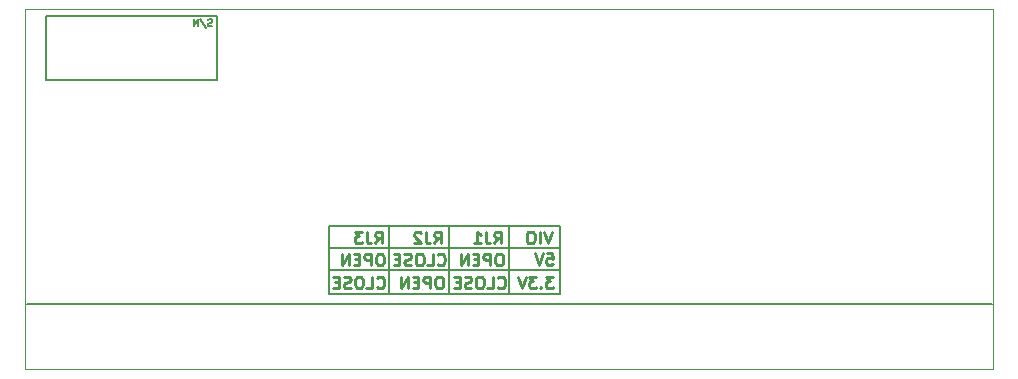
<source format=gbr>
%TF.GenerationSoftware,KiCad,Pcbnew,6.0.11-2627ca5db0~126~ubuntu20.04.1*%
%TF.CreationDate,2024-02-24T22:18:06-05:00*%
%TF.ProjectId,hil00,68696c30-302e-46b6-9963-61645f706362,rev?*%
%TF.SameCoordinates,Original*%
%TF.FileFunction,Legend,Bot*%
%TF.FilePolarity,Positive*%
%FSLAX46Y46*%
G04 Gerber Fmt 4.6, Leading zero omitted, Abs format (unit mm)*
G04 Created by KiCad (PCBNEW 6.0.11-2627ca5db0~126~ubuntu20.04.1) date 2024-02-24 22:18:06*
%MOMM*%
%LPD*%
G01*
G04 APERTURE LIST*
%ADD10C,0.150000*%
%TA.AperFunction,Profile*%
%ADD11C,0.100000*%
%TD*%
%ADD12C,0.250000*%
G04 APERTURE END LIST*
D10*
X145288000Y-122100000D02*
X125730000Y-122100000D01*
X100150000Y-125000000D02*
X181850000Y-125000000D01*
X145288000Y-124100000D02*
X125730000Y-124100000D01*
X140970000Y-118400000D02*
X140970000Y-124100000D01*
X145288000Y-118400000D02*
X125730000Y-118400000D01*
X145288000Y-120200000D02*
X125730000Y-120200000D01*
X145288000Y-118400000D02*
X145288000Y-124100000D01*
X101752400Y-100584000D02*
X116281200Y-100584000D01*
X116281200Y-100584000D02*
X116281200Y-106019600D01*
X116281200Y-106019600D02*
X101752400Y-106019600D01*
X101752400Y-106019600D02*
X101752400Y-100584000D01*
X130810000Y-118400000D02*
X130810000Y-124100000D01*
X125730000Y-118400000D02*
X125730000Y-124100000D01*
X135890000Y-118400000D02*
X135890000Y-124100000D01*
D11*
X100000000Y-130500000D02*
X182000000Y-130500000D01*
X100000000Y-100000000D02*
X100000000Y-130500000D01*
X182000000Y-130500000D02*
X182000000Y-100000000D01*
X100000000Y-100000000D02*
X182000000Y-100000000D01*
D10*
X115862000Y-101436457D02*
X115776285Y-101465028D01*
X115633428Y-101465028D01*
X115576285Y-101436457D01*
X115547714Y-101407885D01*
X115519142Y-101350742D01*
X115519142Y-101293600D01*
X115547714Y-101236457D01*
X115576285Y-101207885D01*
X115633428Y-101179314D01*
X115747714Y-101150742D01*
X115804857Y-101122171D01*
X115833428Y-101093600D01*
X115862000Y-101036457D01*
X115862000Y-100979314D01*
X115833428Y-100922171D01*
X115804857Y-100893600D01*
X115747714Y-100865028D01*
X115604857Y-100865028D01*
X115519142Y-100893600D01*
X114833428Y-100836457D02*
X115347714Y-101607885D01*
X114633428Y-101465028D02*
X114633428Y-100865028D01*
X114290571Y-101465028D01*
X114290571Y-100865028D01*
D12*
X129817619Y-123547142D02*
X129865238Y-123594761D01*
X130008095Y-123642380D01*
X130103333Y-123642380D01*
X130246190Y-123594761D01*
X130341428Y-123499523D01*
X130389047Y-123404285D01*
X130436666Y-123213809D01*
X130436666Y-123070952D01*
X130389047Y-122880476D01*
X130341428Y-122785238D01*
X130246190Y-122690000D01*
X130103333Y-122642380D01*
X130008095Y-122642380D01*
X129865238Y-122690000D01*
X129817619Y-122737619D01*
X128912857Y-123642380D02*
X129389047Y-123642380D01*
X129389047Y-122642380D01*
X128389047Y-122642380D02*
X128198571Y-122642380D01*
X128103333Y-122690000D01*
X128008095Y-122785238D01*
X127960476Y-122975714D01*
X127960476Y-123309047D01*
X128008095Y-123499523D01*
X128103333Y-123594761D01*
X128198571Y-123642380D01*
X128389047Y-123642380D01*
X128484285Y-123594761D01*
X128579523Y-123499523D01*
X128627142Y-123309047D01*
X128627142Y-122975714D01*
X128579523Y-122785238D01*
X128484285Y-122690000D01*
X128389047Y-122642380D01*
X127579523Y-123594761D02*
X127436666Y-123642380D01*
X127198571Y-123642380D01*
X127103333Y-123594761D01*
X127055714Y-123547142D01*
X127008095Y-123451904D01*
X127008095Y-123356666D01*
X127055714Y-123261428D01*
X127103333Y-123213809D01*
X127198571Y-123166190D01*
X127389047Y-123118571D01*
X127484285Y-123070952D01*
X127531904Y-123023333D01*
X127579523Y-122928095D01*
X127579523Y-122832857D01*
X127531904Y-122737619D01*
X127484285Y-122690000D01*
X127389047Y-122642380D01*
X127150952Y-122642380D01*
X127008095Y-122690000D01*
X126579523Y-123118571D02*
X126246190Y-123118571D01*
X126103333Y-123642380D02*
X126579523Y-123642380D01*
X126579523Y-122642380D01*
X126103333Y-122642380D01*
X135175428Y-122642380D02*
X134984952Y-122642380D01*
X134889714Y-122690000D01*
X134794476Y-122785238D01*
X134746857Y-122975714D01*
X134746857Y-123309047D01*
X134794476Y-123499523D01*
X134889714Y-123594761D01*
X134984952Y-123642380D01*
X135175428Y-123642380D01*
X135270666Y-123594761D01*
X135365904Y-123499523D01*
X135413523Y-123309047D01*
X135413523Y-122975714D01*
X135365904Y-122785238D01*
X135270666Y-122690000D01*
X135175428Y-122642380D01*
X134318285Y-123642380D02*
X134318285Y-122642380D01*
X133937333Y-122642380D01*
X133842095Y-122690000D01*
X133794476Y-122737619D01*
X133746857Y-122832857D01*
X133746857Y-122975714D01*
X133794476Y-123070952D01*
X133842095Y-123118571D01*
X133937333Y-123166190D01*
X134318285Y-123166190D01*
X133318285Y-123118571D02*
X132984952Y-123118571D01*
X132842095Y-123642380D02*
X133318285Y-123642380D01*
X133318285Y-122642380D01*
X132842095Y-122642380D01*
X132413523Y-123642380D02*
X132413523Y-122642380D01*
X131842095Y-123642380D01*
X131842095Y-122642380D01*
X144732190Y-122642380D02*
X144113142Y-122642380D01*
X144446476Y-123023333D01*
X144303619Y-123023333D01*
X144208380Y-123070952D01*
X144160761Y-123118571D01*
X144113142Y-123213809D01*
X144113142Y-123451904D01*
X144160761Y-123547142D01*
X144208380Y-123594761D01*
X144303619Y-123642380D01*
X144589333Y-123642380D01*
X144684571Y-123594761D01*
X144732190Y-123547142D01*
X143684571Y-123547142D02*
X143636952Y-123594761D01*
X143684571Y-123642380D01*
X143732190Y-123594761D01*
X143684571Y-123547142D01*
X143684571Y-123642380D01*
X143303619Y-122642380D02*
X142684571Y-122642380D01*
X143017904Y-123023333D01*
X142875047Y-123023333D01*
X142779809Y-123070952D01*
X142732190Y-123118571D01*
X142684571Y-123213809D01*
X142684571Y-123451904D01*
X142732190Y-123547142D01*
X142779809Y-123594761D01*
X142875047Y-123642380D01*
X143160761Y-123642380D01*
X143256000Y-123594761D01*
X143303619Y-123547142D01*
X142398857Y-122642380D02*
X142065523Y-123642380D01*
X141732190Y-122642380D01*
X129647619Y-119832380D02*
X129980952Y-119356190D01*
X130219047Y-119832380D02*
X130219047Y-118832380D01*
X129838095Y-118832380D01*
X129742857Y-118880000D01*
X129695238Y-118927619D01*
X129647619Y-119022857D01*
X129647619Y-119165714D01*
X129695238Y-119260952D01*
X129742857Y-119308571D01*
X129838095Y-119356190D01*
X130219047Y-119356190D01*
X128933333Y-118832380D02*
X128933333Y-119546666D01*
X128980952Y-119689523D01*
X129076190Y-119784761D01*
X129219047Y-119832380D01*
X129314285Y-119832380D01*
X128552380Y-118832380D02*
X127933333Y-118832380D01*
X128266666Y-119213333D01*
X128123809Y-119213333D01*
X128028571Y-119260952D01*
X127980952Y-119308571D01*
X127933333Y-119403809D01*
X127933333Y-119641904D01*
X127980952Y-119737142D01*
X128028571Y-119784761D01*
X128123809Y-119832380D01*
X128409523Y-119832380D01*
X128504761Y-119784761D01*
X128552380Y-119737142D01*
X144190476Y-120652380D02*
X144666666Y-120652380D01*
X144714285Y-121128571D01*
X144666666Y-121080952D01*
X144571428Y-121033333D01*
X144333333Y-121033333D01*
X144238095Y-121080952D01*
X144190476Y-121128571D01*
X144142857Y-121223809D01*
X144142857Y-121461904D01*
X144190476Y-121557142D01*
X144238095Y-121604761D01*
X144333333Y-121652380D01*
X144571428Y-121652380D01*
X144666666Y-121604761D01*
X144714285Y-121557142D01*
X143857142Y-120652380D02*
X143523809Y-121652380D01*
X143190476Y-120652380D01*
X139739619Y-119832380D02*
X140072952Y-119356190D01*
X140311047Y-119832380D02*
X140311047Y-118832380D01*
X139930095Y-118832380D01*
X139834857Y-118880000D01*
X139787238Y-118927619D01*
X139739619Y-119022857D01*
X139739619Y-119165714D01*
X139787238Y-119260952D01*
X139834857Y-119308571D01*
X139930095Y-119356190D01*
X140311047Y-119356190D01*
X139025333Y-118832380D02*
X139025333Y-119546666D01*
X139072952Y-119689523D01*
X139168190Y-119784761D01*
X139311047Y-119832380D01*
X139406285Y-119832380D01*
X138025333Y-119832380D02*
X138596761Y-119832380D01*
X138311047Y-119832380D02*
X138311047Y-118832380D01*
X138406285Y-118975238D01*
X138501523Y-119070476D01*
X138596761Y-119118095D01*
X130171428Y-120702380D02*
X129980952Y-120702380D01*
X129885714Y-120750000D01*
X129790476Y-120845238D01*
X129742857Y-121035714D01*
X129742857Y-121369047D01*
X129790476Y-121559523D01*
X129885714Y-121654761D01*
X129980952Y-121702380D01*
X130171428Y-121702380D01*
X130266666Y-121654761D01*
X130361904Y-121559523D01*
X130409523Y-121369047D01*
X130409523Y-121035714D01*
X130361904Y-120845238D01*
X130266666Y-120750000D01*
X130171428Y-120702380D01*
X129314285Y-121702380D02*
X129314285Y-120702380D01*
X128933333Y-120702380D01*
X128838095Y-120750000D01*
X128790476Y-120797619D01*
X128742857Y-120892857D01*
X128742857Y-121035714D01*
X128790476Y-121130952D01*
X128838095Y-121178571D01*
X128933333Y-121226190D01*
X129314285Y-121226190D01*
X128314285Y-121178571D02*
X127980952Y-121178571D01*
X127838095Y-121702380D02*
X128314285Y-121702380D01*
X128314285Y-120702380D01*
X127838095Y-120702380D01*
X127409523Y-121702380D02*
X127409523Y-120702380D01*
X126838095Y-121702380D01*
X126838095Y-120702380D01*
X144595238Y-118832380D02*
X144261904Y-119832380D01*
X143928571Y-118832380D01*
X143595238Y-119832380D02*
X143595238Y-118832380D01*
X142928571Y-118832380D02*
X142738095Y-118832380D01*
X142642857Y-118880000D01*
X142547619Y-118975238D01*
X142500000Y-119165714D01*
X142500000Y-119499047D01*
X142547619Y-119689523D01*
X142642857Y-119784761D01*
X142738095Y-119832380D01*
X142928571Y-119832380D01*
X143023809Y-119784761D01*
X143119047Y-119689523D01*
X143166666Y-119499047D01*
X143166666Y-119165714D01*
X143119047Y-118975238D01*
X143023809Y-118880000D01*
X142928571Y-118832380D01*
X140255428Y-120702380D02*
X140064952Y-120702380D01*
X139969714Y-120750000D01*
X139874476Y-120845238D01*
X139826857Y-121035714D01*
X139826857Y-121369047D01*
X139874476Y-121559523D01*
X139969714Y-121654761D01*
X140064952Y-121702380D01*
X140255428Y-121702380D01*
X140350666Y-121654761D01*
X140445904Y-121559523D01*
X140493523Y-121369047D01*
X140493523Y-121035714D01*
X140445904Y-120845238D01*
X140350666Y-120750000D01*
X140255428Y-120702380D01*
X139398285Y-121702380D02*
X139398285Y-120702380D01*
X139017333Y-120702380D01*
X138922095Y-120750000D01*
X138874476Y-120797619D01*
X138826857Y-120892857D01*
X138826857Y-121035714D01*
X138874476Y-121130952D01*
X138922095Y-121178571D01*
X139017333Y-121226190D01*
X139398285Y-121226190D01*
X138398285Y-121178571D02*
X138064952Y-121178571D01*
X137922095Y-121702380D02*
X138398285Y-121702380D01*
X138398285Y-120702380D01*
X137922095Y-120702380D01*
X137493523Y-121702380D02*
X137493523Y-120702380D01*
X136922095Y-121702380D01*
X136922095Y-120702380D01*
X134947619Y-121607142D02*
X134995238Y-121654761D01*
X135138095Y-121702380D01*
X135233333Y-121702380D01*
X135376190Y-121654761D01*
X135471428Y-121559523D01*
X135519047Y-121464285D01*
X135566666Y-121273809D01*
X135566666Y-121130952D01*
X135519047Y-120940476D01*
X135471428Y-120845238D01*
X135376190Y-120750000D01*
X135233333Y-120702380D01*
X135138095Y-120702380D01*
X134995238Y-120750000D01*
X134947619Y-120797619D01*
X134042857Y-121702380D02*
X134519047Y-121702380D01*
X134519047Y-120702380D01*
X133519047Y-120702380D02*
X133328571Y-120702380D01*
X133233333Y-120750000D01*
X133138095Y-120845238D01*
X133090476Y-121035714D01*
X133090476Y-121369047D01*
X133138095Y-121559523D01*
X133233333Y-121654761D01*
X133328571Y-121702380D01*
X133519047Y-121702380D01*
X133614285Y-121654761D01*
X133709523Y-121559523D01*
X133757142Y-121369047D01*
X133757142Y-121035714D01*
X133709523Y-120845238D01*
X133614285Y-120750000D01*
X133519047Y-120702380D01*
X132709523Y-121654761D02*
X132566666Y-121702380D01*
X132328571Y-121702380D01*
X132233333Y-121654761D01*
X132185714Y-121607142D01*
X132138095Y-121511904D01*
X132138095Y-121416666D01*
X132185714Y-121321428D01*
X132233333Y-121273809D01*
X132328571Y-121226190D01*
X132519047Y-121178571D01*
X132614285Y-121130952D01*
X132661904Y-121083333D01*
X132709523Y-120988095D01*
X132709523Y-120892857D01*
X132661904Y-120797619D01*
X132614285Y-120750000D01*
X132519047Y-120702380D01*
X132280952Y-120702380D01*
X132138095Y-120750000D01*
X131709523Y-121178571D02*
X131376190Y-121178571D01*
X131233333Y-121702380D02*
X131709523Y-121702380D01*
X131709523Y-120702380D01*
X131233333Y-120702380D01*
X140047619Y-123547142D02*
X140095238Y-123594761D01*
X140238095Y-123642380D01*
X140333333Y-123642380D01*
X140476190Y-123594761D01*
X140571428Y-123499523D01*
X140619047Y-123404285D01*
X140666666Y-123213809D01*
X140666666Y-123070952D01*
X140619047Y-122880476D01*
X140571428Y-122785238D01*
X140476190Y-122690000D01*
X140333333Y-122642380D01*
X140238095Y-122642380D01*
X140095238Y-122690000D01*
X140047619Y-122737619D01*
X139142857Y-123642380D02*
X139619047Y-123642380D01*
X139619047Y-122642380D01*
X138619047Y-122642380D02*
X138428571Y-122642380D01*
X138333333Y-122690000D01*
X138238095Y-122785238D01*
X138190476Y-122975714D01*
X138190476Y-123309047D01*
X138238095Y-123499523D01*
X138333333Y-123594761D01*
X138428571Y-123642380D01*
X138619047Y-123642380D01*
X138714285Y-123594761D01*
X138809523Y-123499523D01*
X138857142Y-123309047D01*
X138857142Y-122975714D01*
X138809523Y-122785238D01*
X138714285Y-122690000D01*
X138619047Y-122642380D01*
X137809523Y-123594761D02*
X137666666Y-123642380D01*
X137428571Y-123642380D01*
X137333333Y-123594761D01*
X137285714Y-123547142D01*
X137238095Y-123451904D01*
X137238095Y-123356666D01*
X137285714Y-123261428D01*
X137333333Y-123213809D01*
X137428571Y-123166190D01*
X137619047Y-123118571D01*
X137714285Y-123070952D01*
X137761904Y-123023333D01*
X137809523Y-122928095D01*
X137809523Y-122832857D01*
X137761904Y-122737619D01*
X137714285Y-122690000D01*
X137619047Y-122642380D01*
X137380952Y-122642380D01*
X137238095Y-122690000D01*
X136809523Y-123118571D02*
X136476190Y-123118571D01*
X136333333Y-123642380D02*
X136809523Y-123642380D01*
X136809523Y-122642380D01*
X136333333Y-122642380D01*
X134659619Y-119832380D02*
X134992952Y-119356190D01*
X135231047Y-119832380D02*
X135231047Y-118832380D01*
X134850095Y-118832380D01*
X134754857Y-118880000D01*
X134707238Y-118927619D01*
X134659619Y-119022857D01*
X134659619Y-119165714D01*
X134707238Y-119260952D01*
X134754857Y-119308571D01*
X134850095Y-119356190D01*
X135231047Y-119356190D01*
X133945333Y-118832380D02*
X133945333Y-119546666D01*
X133992952Y-119689523D01*
X134088190Y-119784761D01*
X134231047Y-119832380D01*
X134326285Y-119832380D01*
X133516761Y-118927619D02*
X133469142Y-118880000D01*
X133373904Y-118832380D01*
X133135809Y-118832380D01*
X133040571Y-118880000D01*
X132992952Y-118927619D01*
X132945333Y-119022857D01*
X132945333Y-119118095D01*
X132992952Y-119260952D01*
X133564380Y-119832380D01*
X132945333Y-119832380D01*
M02*

</source>
